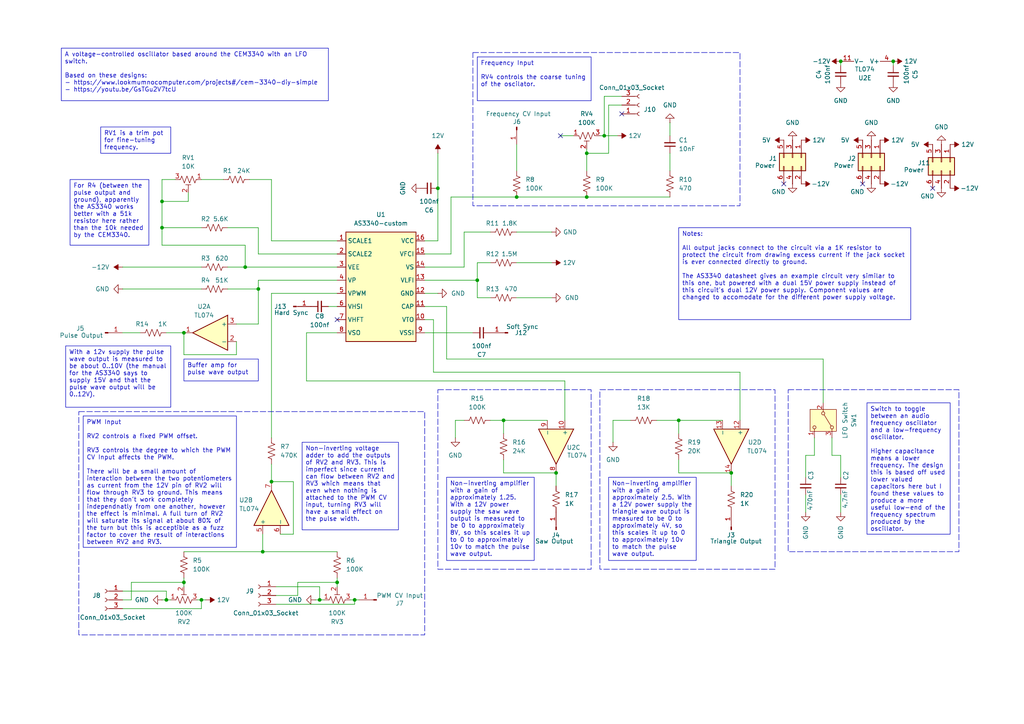
<source format=kicad_sch>
(kicad_sch (version 20250114) (generator "eeschema") (generator_version "9.0")
  (paper "A4")
  (lib_symbols
    (symbol "Amplifier_Operational:TL074" (pin_names (offset 0.127))
      (property "Reference" "U" (at 0 5.08 0))
      (property "Value" "TL074" (at 0 -5.08 0))
      (symbol "TL074_1_1"
        (polyline (pts (xy -5.08 5.08) (xy 5.08 0) (xy -5.08 -5.08) (xy -5.08 5.08)) (stroke (width 0.254)) (fill (type background)))
        (pin input line (at -7.62 2.54 0) (length 2.54) (name "+") (number "3"))
        (pin input line (at -7.62 -2.54 0) (length 2.54) (name "-") (number "2"))
        (pin output line (at 7.62 0 180) (length 2.54) (name "~") (number "1"))
      )
      (symbol "TL074_2_1"
        (polyline (pts (xy -5.08 5.08) (xy 5.08 0) (xy -5.08 -5.08) (xy -5.08 5.08)) (stroke (width 0.254)) (fill (type background)))
        (pin input line (at -7.62 2.54 0) (length 2.54) (name "+") (number "5"))
        (pin input line (at -7.62 -2.54 0) (length 2.54) (name "-") (number "6"))
        (pin output line (at 7.62 0 180) (length 2.54) (name "~") (number "7"))
      )
      (symbol "TL074_3_1"
        (polyline (pts (xy -5.08 5.08) (xy 5.08 0) (xy -5.08 -5.08) (xy -5.08 5.08)) (stroke (width 0.254)) (fill (type background)))
        (pin input line (at -7.62 2.54 0) (length 2.54) (name "+") (number "10"))
        (pin input line (at -7.62 -2.54 0) (length 2.54) (name "-") (number "9"))
        (pin output line (at 7.62 0 180) (length 2.54) (name "~") (number "8"))
      )
      (symbol "TL074_4_1"
        (polyline (pts (xy -5.08 5.08) (xy 5.08 0) (xy -5.08 -5.08) (xy -5.08 5.08)) (stroke (width 0.254)) (fill (type background)))
        (pin input line (at -7.62 2.54 0) (length 2.54) (name "+") (number "12"))
        (pin input line (at -7.62 -2.54 0) (length 2.54) (name "-") (number "13"))
        (pin output line (at 7.62 0 180) (length 2.54) (name "~") (number "14"))
      )
      (symbol "TL074_5_1"
        (pin power_in line (at -2.54 7.62 270) (length 3.81) (name "V+") (number "4"))
        (pin power_in line (at -2.54 -7.62 90) (length 3.81) (name "V-") (number "11"))
      )
    )
    (symbol "Connector:Conn_01x01_Pin" (pin_names (offset 1.016) (hide yes))
      (property "Reference" "J" (at 0 2.54 0))
      (property "Value" "Conn_01x01_Pin" (at 0 -2.54 0))
      (symbol "Conn_01x01_Pin_1_1"
        (rectangle (start 0.8636 0.127) (end 0 -0.127) (stroke (width 0.1524)) (fill (type outline)))
        (polyline (pts (xy 1.27 0) (xy 0.8636 0)) (stroke (width 0.1524)))
        (pin passive line (at 5.08 0 180) (length 3.81) (name "Pin_1") (number "1"))
      )
    )
    (symbol "Connector:Conn_01x03_Socket" (pin_names (offset 1.016) (hide yes))
      (property "Reference" "J" (at 0 5.08 0))
      (property "Value" "Conn_01x03_Socket" (at 0 -5.08 0))
      (symbol "Conn_01x03_Socket_1_1"
        (polyline (pts (xy -1.27 2.54) (xy -0.508 2.54)) (stroke (width 0.1524)))
        (polyline (pts (xy -1.27 0) (xy -0.508 0)) (stroke (width 0.1524)))
        (polyline (pts (xy -1.27 -2.54) (xy -0.508 -2.54)) (stroke (width 0.1524)))
        (arc (start 0 2.032) (mid -0.5058 2.54) (end 0 3.048) (stroke (width 0.1524)))
        (arc (start 0 -0.508) (mid -0.5058 0) (end 0 0.508) (stroke (width 0.1524)))
        (arc (start 0 -3.048) (mid -0.5058 -2.54) (end 0 -2.032) (stroke (width 0.1524)))
        (pin passive line (at -5.08 2.54 0) (length 3.81) (name "Pin_1") (number "1"))
        (pin passive line (at -5.08 0 0) (length 3.81) (name "Pin_2") (number "2"))
        (pin passive line (at -5.08 -2.54 0) (length 3.81) (name "Pin_3") (number "3"))
      )
    )
    (symbol "Connector_Generic:Conn_02x03_Odd_Even" (pin_names (offset 1.016) (hide yes))
      (property "Reference" "J" (at 1.27 5.08 0))
      (property "Value" "Conn_02x03_Odd_Even" (at 1.27 -5.08 0))
      (symbol "Conn_02x03_Odd_Even_1_1"
        (rectangle (start -1.27 3.81) (end 3.81 -3.81) (stroke (width 0.254)) (fill (type background)))
        (rectangle (start -1.27 2.667) (end 0 2.413) (stroke (width 0.1524)))
        (rectangle (start -1.27 0.127) (end 0 -0.127) (stroke (width 0.1524)))
        (rectangle (start -1.27 -2.413) (end 0 -2.667) (stroke (width 0.1524)))
        (rectangle (start 3.81 2.667) (end 2.54 2.413) (stroke (width 0.1524)))
        (rectangle (start 3.81 0.127) (end 2.54 -0.127) (stroke (width 0.1524)))
        (rectangle (start 3.81 -2.413) (end 2.54 -2.667) (stroke (width 0.1524)))
        (pin passive line (at -5.08 2.54 0) (length 3.81) (name "Pin_1") (number "1"))
        (pin passive line (at -5.08 0 0) (length 3.81) (name "Pin_3") (number "3"))
        (pin passive line (at -5.08 -2.54 0) (length 3.81) (name "Pin_5") (number "5"))
        (pin passive line (at 7.62 2.54 180) (length 3.81) (name "Pin_2") (number "2"))
        (pin passive line (at 7.62 0 180) (length 3.81) (name "Pin_4") (number "4"))
        (pin passive line (at 7.62 -2.54 180) (length 3.81) (name "Pin_6") (number "6"))
      )
    )
    (symbol "Device:C_Small" (pin_numbers (hide yes)) (pin_names (offset 0.254) (hide yes))
      (property "Reference" "C" (at 0.254 1.778 0))
      (property "Value" "C_Small" (at 0.254 -2.032 0))
      (symbol "C_Small_0_1"
        (polyline (pts (xy -1.524 0.508) (xy 1.524 0.508)) (stroke (width 0.3048)))
        (polyline (pts (xy -1.524 -0.508) (xy 1.524 -0.508)) (stroke (width 0.3302)))
      )
      (symbol "C_Small_1_1"
        (pin passive line (at 0 2.54 270) (length 2.032) (name "~") (number "1"))
        (pin passive line (at 0 -2.54 90) (length 2.032) (name "~") (number "2"))
      )
    )
    (symbol "Device:R_Potentiometer_Trim_US" (pin_names (offset 1.016) (hide yes))
      (property "Reference" "RV" (at -4.445 0 90))
      (property "Value" "R_Potentiometer_Trim_US" (at -2.54 0 90))
      (symbol "R_Potentiometer_Trim_US_0_1"
        (polyline (pts (xy 0 2.286) (xy 0 2.54)))
        (polyline (pts (xy 0 2.286) (xy 1.016 1.905) (xy 0 1.524) (xy -1.016 1.143) (xy 0 0.762)))
        (polyline (pts (xy 0 0.762) (xy 1.016 0.381) (xy 0 0) (xy -1.016 -0.381) (xy 0 -0.762)))
        (polyline (pts (xy 0 -0.762) (xy 1.016 -1.143) (xy 0 -1.524) (xy -1.016 -1.905) (xy 0 -2.286)))
        (polyline (pts (xy 0 -2.286) (xy 0 -2.54)))
        (polyline (pts (xy 1.524 0.762) (xy 1.524 -0.762)))
        (polyline (pts (xy 2.54 0) (xy 1.524 0)))
      )
      (symbol "R_Potentiometer_Trim_US_1_1"
        (pin passive line (at 0 3.81 270) (length 1.27) (name "1") (number "1"))
        (pin passive line (at 0 -3.81 90) (length 1.27) (name "3") (number "3"))
        (pin passive line (at 3.81 0 180) (length 1.27) (name "2") (number "2"))
      )
    )
    (symbol "Device:R_US" (pin_numbers (hide yes)) (pin_names (offset 0))
      (property "Reference" "R" (at 2.54 0 90))
      (property "Value" "R_US" (at -2.54 0 90))
      (symbol "R_US_0_1"
        (polyline (pts (xy 0 2.286) (xy 0 2.54)))
        (polyline (pts (xy 0 2.286) (xy 1.016 1.905) (xy 0 1.524) (xy -1.016 1.143) (xy 0 0.762)))
        (polyline (pts (xy 0 0.762) (xy 1.016 0.381) (xy 0 0) (xy -1.016 -0.381) (xy 0 -0.762)))
        (polyline (pts (xy 0 -0.762) (xy 1.016 -1.143) (xy 0 -1.524) (xy -1.016 -1.905) (xy 0 -2.286)))
        (polyline (pts (xy 0 -2.286) (xy 0 -2.54)))
      )
      (symbol "R_US_1_1"
        (pin passive line (at 0 3.81 270) (length 1.27) (name "~") (number "1"))
        (pin passive line (at 0 -3.81 90) (length 1.27) (name "~") (number "2"))
      )
    )
    (symbol "Switch:SW_Nidec_CAS-120A1" (pin_names (offset 1) (hide yes))
      (property "Reference" "SW" (at 0 4.318 0))
      (property "Value" "SW_Nidec_CAS-120A1" (at 0 -5.08 0))
      (symbol "SW_Nidec_CAS-120A1_0_1"
        (circle (center -2.032 0) (radius 0.4572))
        (polyline (pts (xy -1.651 0.254) (xy 1.651 2.286)))
        (circle (center 2.032 2.54) (radius 0.4572))
        (circle (center 2.032 -2.54) (radius 0.4572))
      )
      (symbol "SW_Nidec_CAS-120A1_1_1"
        (rectangle (start -3.175 3.81) (end 3.175 -3.81) (fill (type background)))
        (pin passive line (at -5.08 0 0) (length 2.54) (name "B") (number "2"))
        (pin passive line (at 5.08 2.54 180) (length 2.54) (name "A") (number "3"))
        (pin passive line (at 5.08 -2.54 180) (length 2.54) (name "C") (number "1"))
      )
    )
    (symbol "custom_symbols:AS3340-custom"
      (property "Reference" "U" (at -5.08 17.78 0))
      (property "Value" "AS3340-custom" (at 5.08 17.78 0))
      (symbol "AS3340-custom_0_1"
        (rectangle (start -10.16 15.24) (end 10.16 -16.51) (stroke (width 0.254)) (fill (type background)))
      )
      (symbol "AS3340-custom_1_1"
        (pin input line (at -12.7 12.7 0) (length 2.54) (name "SCALE1") (number "1"))
        (pin input line (at -12.7 8.89 0) (length 2.54) (name "SCALE2") (number "2"))
        (pin power_in line (at -12.7 5.08 0) (length 2.54) (name "VEE") (number "3"))
        (pin output line (at -12.7 1.27 0) (length 2.54) (name "VP") (number "4"))
        (pin input line (at -12.7 -2.54 0) (length 2.54) (name "VPWM") (number "5"))
        (pin input line (at -12.7 -6.35 0) (length 2.54) (name "VHSI") (number "6"))
        (pin input line (at -12.7 -10.16 0) (length 2.54) (name "VHFT") (number "7"))
        (pin output line (at -12.7 -13.97 0) (length 2.54) (name "VSO") (number "8"))
        (pin power_in line (at 12.7 12.7 180) (length 2.54) (name "VCC") (number "16"))
        (pin input line (at 12.7 8.89 180) (length 2.54) (name "VFCI") (number "15"))
        (pin passive line (at 12.7 5.08 180) (length 2.54) (name "VS") (number "14"))
        (pin input line (at 12.7 1.27 180) (length 2.54) (name "VLFI") (number "13"))
        (pin power_in line (at 12.7 -2.54 180) (length 2.54) (name "GND") (number "12"))
        (pin passive line (at 12.7 -6.35 180) (length 2.54) (name "CAP") (number "11"))
        (pin output line (at 12.7 -10.16 180) (length 2.54) (name "VTO") (number "10"))
        (pin input line (at 12.7 -13.97 180) (length 2.54) (name "VSSI") (number "9"))
      )
    )
    (symbol "power:-12V" (power) (pin_numbers (hide yes)) (pin_names (offset 0) (hide yes))
      (property "Value" "-12V" (at 0 3.556 0))
      (symbol "-12V_0_0"
        (pin power_in line (at 0 0 90) (length 0) (name "~") (number "1"))
      )
      (symbol "-12V_0_1"
        (polyline (pts (xy 0 0) (xy 0 1.27) (xy 0.762 1.27) (xy 0 2.54) (xy -0.762 1.27) (xy 0 1.27)) (fill (type outline)))
      )
    )
    (symbol "power:GND" (power) (pin_numbers (hide yes)) (pin_names (offset 0) (hide yes))
      (property "Value" "GND" (at 0 -3.81 0))
      (symbol "GND_0_1"
        (polyline (pts (xy 0 0) (xy 0 -1.27) (xy 1.27 -1.27) (xy 0 -2.54) (xy -1.27 -1.27) (xy 0 -1.27)))
      )
      (symbol "GND_1_1"
        (pin power_in line (at 0 0 270) (length 0) (name "~") (number "1"))
      )
    )
  )
  (rectangle (start 173.99 113.03) (end 224.79 165.1) (stroke (width 0) (type dash)))
  (rectangle (start 228.6 113.03) (end 278.13 160.02) (stroke (width 0) (type dash)))
  (rectangle (start 137.16 15.24) (end 214.63 59.69) (stroke (width 0) (type dash)))
  (rectangle (start 127 113.03) (end 171.45 165.1) (stroke (width 0) (type dash)))
  (rectangle (start 22.86 119.38) (end 123.19 184.15) (stroke (width 0) (type dash)))
  (text_box "Notes:\n\nAll output jacks connect to the circuit via a 1K resistor to protect the circuit from drawing excess current if the jack socket is ever connected directly to ground.\n\nThe AS3340 datasheet gives an example circuit very similar to this one, but powered with a dual 15V power supply instead of this circuit's dual 12V power supply. Component values are changed to accomodate for the different power supply voltage." (at 196.85 66.04 0) (size 67.31 26.67) (margins 0.9525 0.9525 0.9525 0.9525) (effects (font (size 1.27 1.27)) (justify left top)))
  (text_box "Switch to toggle between an audio frequency oscillator and a low-frequency oscillator.\n\nHigher capacitance means a lower frequency. The design this is based off used lower valued capacitors here but I found these values to produce a more useful low-end of the frequency spectrum produced by the oscillator." (at 251.46 116.84 0) (size 24.13 38.1) (margins 0.9525 0.9525 0.9525 0.9525) (effects (font (size 1.27 1.27)) (justify left top)))
  (text_box "With a 12v supply the pulse wave output is measured to be about 0..10V (the manual for the AS3340 says to supply 15V and that the pulse wave output will be 0..12V)." (at 19.05 100.33 0) (size 30.48 17.78) (margins 0.9525 0.9525 0.9525 0.9525) (effects (font (size 1.27 1.27)) (justify left top)))
  (text_box "Frequency Input\n\nRV4 controls the coarse tuning of the oscilator." (at 138.43 16.51 0) (size 33.02 12.7) (margins 0.9525 0.9525 0.9525 0.9525) (effects (font (size 1.27 1.27)) (justify left top)))
  (text_box "RV1 is a trim pot for fine-tuning frequency." (at 29.21 36.83 0) (size 20.32 7.62) (margins 0.9525 0.9525 0.9525 0.9525) (effects (font (size 1.27 1.27)) (justify left top)))
  (text_box "Non-inverting amplifier with a gain of approximately 1.25. With a 12V power supply the saw wave output is measured to be 0 to approximately 8V, so this scales it up to 0 to approximately 10v to match the pulse wave output." (at 129.54 138.43 0) (size 25.4 24.13) (margins 0.9525 0.9525 0.9525 0.9525) (effects (font (size 1.27 1.27)) (justify left top)))
  (text_box "For R4 (between the pulse output and ground), apparently the AS3340 works better with a 51k resistor here rather than the 10k needed by the CEM3340." (at 20.32 52.07 0) (size 22.86 19.05) (margins 0.9525 0.9525 0.9525 0.9525) (effects (font (size 1.27 1.27)) (justify left top)))
  (text_box "A voltage-controlled oscillator based around the CEM3340 with an LFO switch.\n\nBased on these designs:\n- https://www.lookmumnocomputer.com/projects#/cem-3340-diy-simple\n- https://youtu.be/GsTGu2V7tcU" (at 17.78 13.97 0) (size 77.47 15.24) (margins 0.9525 0.9525 0.9525 0.9525) (effects (font (size 1.27 1.27)) (justify left top)))
  (text_box "Non-inverting voltage adder to add the outputs of RV2 and RV3. This is imperfect since current can flow between RV2 and RV3 which means that even when nothing is attached to the PWM CV input, turning RV3 will have a small effect on the pulse width." (at 87.63 128.27 0) (size 27.94 25.4) (margins 0.9525 0.9525 0.9525 0.9525) (effects (font (size 1.27 1.27)) (justify left top)))
  (text_box "Non-inverting amplifier with a gain of approximately 2.5. With a 12V power supply the triangle wave output is measured to be 0 to approximately 4V, so this scales it up to 0 to approximately 10v to match the pulse wave output." (at 176.53 138.43 0) (size 25.4 24.13) (margins 0.9525 0.9525 0.9525 0.9525) (effects (font (size 1.27 1.27)) (justify left top)))
  (text_box "Buffer amp for pulse wave output" (at 53.34 104.14 0) (size 21.59 6.35) (margins 0.9525 0.9525 0.9525 0.9525) (effects (font (size 1.27 1.27)) (justify left top)))
  (text_box "PWM Input\n\nRV2 controls a fixed PWM offset.\n\nRV3 controls the degree to which the PWM CV Input affects the PWM.\n\nThere will be a small amount of interaction between the two potentiometers as current from the 12V pin of RV2 will flow through RV3 to ground. This means that they don't work completely independnatly from one another, however the effect is minimal. A full turn of RV2 will saturate its signal at about 80% of the turn but this is acceptible as a fuzz factor to cover the result of interactions between RV2 and RV3." (at 24.13 120.65 0) (size 44.45 38.1) (margins 0.9525 0.9525 0.9525 0.9525) (effects (font (size 1.27 1.27)) (justify left top)))
  (junction (at 58.42 173.99))
  (junction (at 97.79 168.91))
  (junction (at 175.26 39.37))
  (junction (at 53.34 168.91))
  (junction (at 102.87 173.99))
  (junction (at 46.99 66.04))
  (junction (at 170.18 57.15))
  (junction (at 76.2 160.02))
  (junction (at 146.05 121.92))
  (junction (at 212.09 137.16))
  (junction (at 243.84 17.78))
  (junction (at 170.18 44.45))
  (junction (at 48.26 173.99))
  (junction (at 78.74 139.7))
  (junction (at 138.43 81.28))
  (junction (at 196.85 121.92))
  (junction (at 46.99 58.42))
  (junction (at 161.29 137.16))
  (junction (at 71.12 77.47))
  (junction (at 149.86 57.15))
  (junction (at 74.93 83.82))
  (junction (at 127 54.61))
  (junction (at 92.71 173.99))
  (junction (at 259.08 17.78))
  (junction (at 53.34 96.52))
  (no_connect (at 250.19 53.34))
  (no_connect (at 270.51 54.61))
  (no_connect (at 162.56 39.37))
  (no_connect (at 180.34 33.02))
  (no_connect (at 227.33 53.34))
  (no_connect (at 97.79 92.71))
  (wire (pts (xy 78.74 69.85) (xy 97.79 69.85)))
  (wire (pts (xy 182.88 121.92) (xy 177.8 121.92)))
  (wire (pts (xy 46.99 173.99) (xy 48.26 173.99)))
  (wire (pts (xy 177.8 121.92) (xy 177.8 128.27)))
  (wire (pts (xy 85.09 139.7) (xy 78.74 139.7)))
  (wire (pts (xy 97.79 167.64) (xy 97.79 168.91)))
  (wire (pts (xy 74.93 83.82) (xy 74.93 81.28)))
  (wire (pts (xy 80.01 172.72) (xy 86.36 172.72)))
  (wire (pts (xy 35.56 173.99) (xy 38.1 173.99)))
  (wire (pts (xy 132.08 121.92) (xy 134.62 121.92)))
  (wire (pts (xy 243.84 132.08) (xy 241.3 132.08)))
  (wire (pts (xy 74.93 73.66) (xy 74.93 66.04)))
  (wire (pts (xy 35.56 176.53) (xy 58.42 176.53)))
  (wire (pts (xy 149.86 76.2) (xy 160.02 76.2)))
  (wire (pts (xy 175.26 27.94) (xy 175.26 39.37)))
  (wire (pts (xy 149.86 41.91) (xy 149.86 49.53)))
  (wire (pts (xy 38.1 168.91) (xy 53.34 168.91)))
  (wire (pts (xy 76.2 154.94) (xy 76.2 160.02)))
  (wire (pts (xy 175.26 39.37) (xy 179.07 39.37)))
  (wire (pts (xy 129.54 104.14) (xy 238.76 104.14)))
  (wire (pts (xy 196.85 137.16) (xy 196.85 133.35)))
  (wire (pts (xy 53.34 102.87) (xy 68.58 102.87)))
  (wire (pts (xy 132.08 127) (xy 132.08 121.92)))
  (wire (pts (xy 196.85 121.92) (xy 196.85 125.73)))
  (wire (pts (xy 196.85 137.16) (xy 212.09 137.16)))
  (wire (pts (xy 194.31 44.45) (xy 194.31 49.53)))
  (wire (pts (xy 74.93 73.66) (xy 97.79 73.66)))
  (wire (pts (xy 146.05 121.92) (xy 146.05 125.73)))
  (wire (pts (xy 48.26 173.99) (xy 49.53 173.99)))
  (wire (pts (xy 53.34 167.64) (xy 53.34 168.91)))
  (wire (pts (xy 127 69.85) (xy 127 54.61)))
  (wire (pts (xy 74.93 83.82) (xy 74.93 93.98)))
  (wire (pts (xy 46.99 66.04) (xy 58.42 66.04)))
  (wire (pts (xy 196.85 121.92) (xy 209.55 121.92)))
  (wire (pts (xy 142.24 86.36) (xy 138.43 86.36)))
  (wire (pts (xy 80.01 175.26) (xy 102.87 175.26)))
  (wire (pts (xy 35.56 171.45) (xy 48.26 171.45)))
  (wire (pts (xy 97.79 168.91) (xy 97.79 170.18)))
  (wire (pts (xy 138.43 81.28) (xy 138.43 76.2)))
  (wire (pts (xy 53.34 96.52) (xy 53.34 102.87)))
  (wire (pts (xy 146.05 137.16) (xy 161.29 137.16)))
  (wire (pts (xy 123.19 81.28) (xy 138.43 81.28)))
  (wire (pts (xy 180.34 30.48) (xy 176.53 30.48)))
  (wire (pts (xy 58.42 52.07) (xy 64.77 52.07)))
  (wire (pts (xy 123.19 69.85) (xy 127 69.85)))
  (wire (pts (xy 146.05 121.92) (xy 158.75 121.92)))
  (wire (pts (xy 233.68 132.08) (xy 236.22 132.08)))
  (wire (pts (xy 149.86 86.36) (xy 160.02 86.36)))
  (wire (pts (xy 46.99 71.12) (xy 46.99 66.04)))
  (wire (pts (xy 123.19 77.47) (xy 134.62 77.47)))
  (wire (pts (xy 134.62 77.47) (xy 134.62 67.31)))
  (wire (pts (xy 236.22 132.08) (xy 236.22 127)))
  (wire (pts (xy 233.68 143.51) (xy 233.68 148.59)))
  (wire (pts (xy 125.73 92.71) (xy 125.73 107.95)))
  (wire (pts (xy 259.08 17.78) (xy 259.08 19.05)))
  (wire (pts (xy 53.34 160.02) (xy 76.2 160.02)))
  (wire (pts (xy 123.19 96.52) (xy 137.16 96.52)))
  (wire (pts (xy 97.79 96.52) (xy 88.9 96.52)))
  (wire (pts (xy 241.3 132.08) (xy 241.3 127)))
  (wire (pts (xy 233.68 132.08) (xy 233.68 138.43)))
  (wire (pts (xy 78.74 85.09) (xy 97.79 85.09)))
  (wire (pts (xy 88.9 110.49) (xy 163.83 110.49)))
  (wire (pts (xy 97.79 88.9) (xy 95.25 88.9)))
  (wire (pts (xy 127 54.61) (xy 127 44.45)))
  (wire (pts (xy 74.93 81.28) (xy 97.79 81.28)))
  (wire (pts (xy 46.99 71.12) (xy 71.12 71.12)))
  (wire (pts (xy 142.24 121.92) (xy 146.05 121.92)))
  (wire (pts (xy 48.26 171.45) (xy 48.26 173.99)))
  (wire (pts (xy 243.84 143.51) (xy 243.84 148.59)))
  (wire (pts (xy 130.81 57.15) (xy 149.86 57.15)))
  (wire (pts (xy 46.99 58.42) (xy 54.61 58.42)))
  (wire (pts (xy 176.53 30.48) (xy 176.53 44.45)))
  (wire (pts (xy 138.43 76.2) (xy 142.24 76.2)))
  (wire (pts (xy 35.56 83.82) (xy 58.42 83.82)))
  (wire (pts (xy 86.36 168.91) (xy 97.79 168.91)))
  (wire (pts (xy 134.62 67.31) (xy 142.24 67.31)))
  (wire (pts (xy 78.74 52.07) (xy 72.39 52.07)))
  (wire (pts (xy 190.5 121.92) (xy 196.85 121.92)))
  (wire (pts (xy 76.2 160.02) (xy 97.79 160.02)))
  (wire (pts (xy 81.28 154.94) (xy 85.09 154.94)))
  (wire (pts (xy 58.42 173.99) (xy 59.69 173.99)))
  (wire (pts (xy 46.99 66.04) (xy 46.99 58.42)))
  (wire (pts (xy 173.99 39.37) (xy 175.26 39.37)))
  (wire (pts (xy 102.87 173.99) (xy 104.14 173.99)))
  (wire (pts (xy 54.61 55.88) (xy 54.61 58.42)))
  (wire (pts (xy 149.86 57.15) (xy 170.18 57.15)))
  (wire (pts (xy 176.53 44.45) (xy 170.18 44.45)))
  (wire (pts (xy 146.05 137.16) (xy 146.05 133.35)))
  (wire (pts (xy 194.31 35.56) (xy 194.31 39.37)))
  (wire (pts (xy 91.44 173.99) (xy 92.71 173.99)))
  (wire (pts (xy 243.84 132.08) (xy 243.84 138.43)))
  (wire (pts (xy 38.1 173.99) (xy 38.1 168.91)))
  (wire (pts (xy 170.18 44.45) (xy 170.18 49.53)))
  (wire (pts (xy 243.84 17.78) (xy 243.84 19.05)))
  (wire (pts (xy 74.93 93.98) (xy 68.58 93.98)))
  (wire (pts (xy 129.54 88.9) (xy 129.54 104.14)))
  (wire (pts (xy 123.19 92.71) (xy 125.73 92.71)))
  (wire (pts (xy 57.15 173.99) (xy 58.42 173.99)))
  (wire (pts (xy 80.01 170.18) (xy 92.71 170.18)))
  (wire (pts (xy 101.6 173.99) (xy 102.87 173.99)))
  (wire (pts (xy 71.12 71.12) (xy 71.12 77.47)))
  (wire (pts (xy 170.18 57.15) (xy 194.31 57.15)))
  (wire (pts (xy 35.56 77.47) (xy 58.42 77.47)))
  (wire (pts (xy 68.58 102.87) (xy 68.58 99.06)))
  (wire (pts (xy 85.09 154.94) (xy 85.09 139.7)))
  (wire (pts (xy 78.74 85.09) (xy 78.74 127)))
  (wire (pts (xy 214.63 107.95) (xy 214.63 121.92)))
  (wire (pts (xy 78.74 69.85) (xy 78.74 52.07)))
  (wire (pts (xy 163.83 110.49) (xy 163.83 121.92)))
  (wire (pts (xy 238.76 104.14) (xy 238.76 116.84)))
  (wire (pts (xy 123.19 73.66) (xy 130.81 73.66)))
  (wire (pts (xy 78.74 134.62) (xy 78.74 139.7)))
  (wire (pts (xy 66.04 77.47) (xy 71.12 77.47)))
  (wire (pts (xy 130.81 73.66) (xy 130.81 57.15)))
  (wire (pts (xy 149.86 67.31) (xy 160.02 67.31)))
  (wire (pts (xy 180.34 27.94) (xy 175.26 27.94)))
  (wire (pts (xy 92.71 170.18) (xy 92.71 173.99)))
  (wire (pts (xy 58.42 176.53) (xy 58.42 173.99)))
  (wire (pts (xy 212.09 137.16) (xy 212.09 140.97)))
  (wire (pts (xy 74.93 66.04) (xy 66.04 66.04)))
  (wire (pts (xy 92.71 173.99) (xy 93.98 173.99)))
  (wire (pts (xy 48.26 96.52) (xy 53.34 96.52)))
  (wire (pts (xy 74.93 83.82) (xy 66.04 83.82)))
  (wire (pts (xy 123.19 85.09) (xy 127 85.09)))
  (wire (pts (xy 123.19 88.9) (xy 129.54 88.9)))
  (wire (pts (xy 71.12 77.47) (xy 97.79 77.47)))
  (wire (pts (xy 46.99 58.42) (xy 46.99 52.07)))
  (wire (pts (xy 53.34 168.91) (xy 53.34 170.18)))
  (wire (pts (xy 88.9 96.52) (xy 88.9 110.49)))
  (wire (pts (xy 35.56 96.52) (xy 40.64 96.52)))
  (wire (pts (xy 102.87 175.26) (xy 102.87 173.99)))
  (wire (pts (xy 162.56 39.37) (xy 166.37 39.37)))
  (wire (pts (xy 161.29 137.16) (xy 161.29 140.97)))
  (wire (pts (xy 46.99 52.07) (xy 50.8 52.07)))
  (wire (pts (xy 125.73 107.95) (xy 214.63 107.95)))
  (wire (pts (xy 86.36 172.72) (xy 86.36 168.91)))
  (wire (pts (xy 138.43 86.36) (xy 138.43 81.28)))
  (wire (pts (xy 170.18 43.18) (xy 170.18 44.45)))
  (symbol (lib_id "Device:C_Small") (at 92.71 88.9 90) (unit 1)
    (property "Reference" "C8" (at 92.71 91.694 90))
    (property "Value" "100nf" (at 92.71 94.234 90))
    (property "Footprint" "Capacitor_THT:C_Disc_D4.3mm_W1.9mm_P5.00mm" (effects (hide yes)))
  )
  (symbol (lib_id "power:-12V") (at 35.56 77.47 90) (unit 1)
    (property "Reference" "#PWR01" (effects (hide yes)))
    (property "Value" "-12V" (at 31.75 77.4699 90) (effects (justify left)))
    (property "Description" "Power symbol creates a global label with name \"-12V\"" (effects (hide yes)))
  )
  (symbol (lib_id "power:GND") (at 252.73 40.64 0) (mirror x) (unit 1)
    (property "Reference" "#PWR028" (effects (hide yes)))
    (property "Value" "GND" (at 252.73 35.56 0))
    (property "Description" "Power symbol creates a global label with name \"GND\" , ground" (effects (hide yes)))
  )
  (symbol (lib_id "Device:R_Potentiometer_Trim_US") (at 53.34 173.99 90) (unit 1)
    (property "Reference" "RV2" (at 53.34 180.34 90))
    (property "Value" "100K" (at 53.34 177.8 90))
    (property "Footprint" "modular2:pot-socket" (effects (hide yes)))
    (property "Description" "Trim-potentiometer, US symbol" (effects (hide yes)))
  )
  (symbol (lib_id "Device:R_US") (at 53.34 163.83 0) (unit 1)
    (property "Reference" "R5" (at 55.88 162.5599 0) (effects (justify left)))
    (property "Value" "100K" (at 55.88 165.0999 0) (effects (justify left)))
    (property "Footprint" "Resistor_THT:R_Axial_DIN0207_L6.3mm_D2.5mm_P10.16mm_Horizontal" (effects (hide yes)))
    (property "Description" "Resistor, US symbol" (effects (hide yes)))
  )
  (symbol (lib_id "Connector_Generic:Conn_02x03_Odd_Even") (at 252.73 45.72 270) (unit 1)
    (property "Reference" "J2" (at 245.872 45.974 90) (effects (justify left)))
    (property "Value" "Power" (at 241.808 48.006 90) (effects (justify left)))
    (property "Footprint" "Connector_IDC:IDC-Header_2x03_P2.54mm_Vertical" (effects (hide yes)))
    (property "Description" "Generic connector, double row, 02x03, odd/even pin numbering scheme (row 1 odd numbers, row 2 even numbers), script generated (kicad-library-utils/schlib/autogen/connector/)" (effects (hide yes)))
  )
  (symbol (lib_id "Device:R_US") (at 78.74 130.81 0) (unit 1)
    (property "Reference" "R7" (at 81.28 129.5399 0) (effects (justify left)))
    (property "Value" "470K" (at 81.28 132.0799 0) (effects (justify left)))
    (property "Footprint" "Resistor_THT:R_Axial_DIN0207_L6.3mm_D2.5mm_P10.16mm_Horizontal" (effects (hide yes)))
    (property "Description" "Resistor, US symbol" (effects (hide yes)))
  )
  (symbol (lib_id "Device:C_Small") (at 124.46 54.61 270) (unit 1)
    (property "Reference" "C6" (at 124.4537 60.96 90))
    (property "Value" "100nf" (at 124.4537 58.42 90))
    (property "Footprint" "Capacitor_THT:C_Disc_D4.3mm_W1.9mm_P5.00mm" (effects (hide yes)))
  )
  (symbol (lib_id "Device:R_US") (at 68.58 52.07 90) (unit 1)
    (property "Reference" "R1" (at 67.3099 49.53 90) (effects (justify left)))
    (property "Value" "24K" (at 72.644 49.53 90) (effects (justify left)))
    (property "Footprint" "Resistor_THT:R_Axial_DIN0207_L6.3mm_D2.5mm_P10.16mm_Horizontal" (effects (hide yes)))
    (property "Description" "Resistor, US symbol" (effects (hide yes)))
  )
  (symbol (lib_id "Device:R_US") (at 146.05 86.36 90) (unit 1)
    (property "Reference" "R13" (at 144.7799 83.82 90) (effects (justify left)))
    (property "Value" "470" (at 150.114 83.82 90) (effects (justify left)))
    (property "Footprint" "Resistor_THT:R_Axial_DIN0207_L6.3mm_D2.5mm_P10.16mm_Horizontal" (effects (hide yes)))
    (property "Description" "Resistor, US symbol" (effects (hide yes)))
  )
  (symbol (lib_id "Device:R_US") (at 146.05 67.31 90) (unit 1)
    (property "Reference" "R11" (at 144.7799 64.77 90) (effects (justify left)))
    (property "Value" "1.8K" (at 150.114 64.77 90) (effects (justify left)))
    (property "Footprint" "Resistor_THT:R_Axial_DIN0207_L6.3mm_D2.5mm_P10.16mm_Horizontal" (effects (hide yes)))
    (property "Description" "Resistor, US symbol" (effects (hide yes)))
  )
  (symbol (lib_id "Device:R_US") (at 138.43 121.92 90) (unit 1)
    (property "Reference" "R15" (at 138.43 115.57 90))
    (property "Value" "100K" (at 138.43 118.11 90))
    (property "Footprint" "Resistor_THT:R_Axial_DIN0207_L6.3mm_D2.5mm_P10.16mm_Horizontal" (effects (hide yes)))
    (property "Description" "Resistor, US symbol" (effects (hide yes)))
  )
  (symbol (lib_id "Device:R_US") (at 212.09 144.78 0) (unit 1)
    (property "Reference" "R20" (at 214.63 143.5099 0) (effects (justify left)))
    (property "Value" "1K" (at 214.63 146.0499 0) (effects (justify left)))
    (property "Footprint" "Resistor_THT:R_Axial_DIN0207_L6.3mm_D2.5mm_P10.16mm_Horizontal" (effects (hide yes)))
    (property "Description" "Resistor, US symbol" (effects (hide yes)))
  )
  (symbol (lib_id "power:GND") (at 160.02 67.31 90) (unit 1)
    (property "Reference" "#PWR016" (effects (hide yes)))
    (property "Value" "GND" (at 163.322 67.31 90) (effects (justify right)))
    (property "Description" "Power symbol creates a global label with name \"GND\" , ground" (effects (hide yes)))
  )
  (symbol (lib_id "Connector:Conn_01x01_Pin") (at 212.09 153.67 90) (unit 1)
    (property "Reference" "J3" (at 210.82 155.194 90) (effects (justify right)))
    (property "Value" "Triangle Output" (at 205.994 156.972 90) (effects (justify right)))
    (property "Footprint" "modular2:banana-jack" (effects (hide yes)))
    (property "Description" "Generic connector, single row, 01x01, script generated" (effects (hide yes)))
  )
  (symbol (lib_id "Device:R_Potentiometer_Trim_US") (at 170.18 39.37 90) (mirror x) (unit 1)
    (property "Reference" "RV4" (at 170.18 33.02 90))
    (property "Value" "100K" (at 170.18 35.56 90))
    (property "Footprint" "modular2:pot-socket" (effects (hide yes)))
    (property "Description" "Trim-potentiometer, US symbol" (effects (hide yes)))
  )
  (symbol (lib_id "power:GND") (at 132.08 127 0) (unit 1)
    (property "Reference" "#PWR023" (effects (hide yes)))
    (property "Value" "GND" (at 132.08 132.08 0))
    (property "Description" "Power symbol creates a global label with name \"GND\" , ground" (effects (hide yes)))
  )
  (symbol (lib_id "Device:R_US") (at 97.79 163.83 0) (unit 1)
    (property "Reference" "R6" (at 100.33 162.5599 0) (effects (justify left)))
    (property "Value" "100K" (at 100.33 165.0999 0) (effects (justify left)))
    (property "Footprint" "Resistor_THT:R_Axial_DIN0207_L6.3mm_D2.5mm_P10.16mm_Horizontal" (effects (hide yes)))
    (property "Description" "Resistor, US symbol" (effects (hide yes)))
  )
  (symbol (lib_id "Connector:Conn_01x01_Pin") (at 147.32 96.52 180) (unit 1)
    (property "Reference" "J12" (at 152.908 96.52 0) (effects (justify left)))
    (property "Value" "Soft Sync" (at 156.21 94.742 0) (effects (justify left)))
    (property "Footprint" "modular2:banana-jack" (effects (hide yes)))
    (property "Description" "Generic connector, single row, 01x01, script generated" (effects (hide yes)))
  )
  (symbol (lib_id "power:-12V") (at 255.27 53.34 270) (unit 1)
    (property "Reference" "#PWR031" (effects (hide yes)))
    (property "Value" "-12V" (at 260.858 53.34 90))
    (property "Description" "Power symbol creates a global label with name \"-12V\"" (effects (hide yes)))
  )
  (symbol (lib_id "Connector_Generic:Conn_02x03_Odd_Even") (at 229.87 45.72 270) (unit 1)
    (property "Reference" "J1" (at 223.012 45.974 90) (effects (justify left)))
    (property "Value" "Power" (at 218.948 48.006 90) (effects (justify left)))
    (property "Footprint" "Connector_IDC:IDC-Header_2x03_P2.54mm_Vertical" (effects (hide yes)))
    (property "Description" "Generic connector, double row, 02x03, odd/even pin numbering scheme (row 1 odd numbers, row 2 even numbers), script generated (kicad-library-utils/schlib/autogen/connector/)" (effects (hide yes)))
  )
  (symbol (lib_id "power:-12V") (at 275.59 54.61 270) (unit 1)
    (property "Reference" "#PWR036" (effects (hide yes)))
    (property "Value" "-12V" (at 281.178 54.61 90))
    (property "Description" "Power symbol creates a global label with name \"-12V\"" (effects (hide yes)))
  )
  (symbol (lib_id "Device:C_Small") (at 139.7 96.52 270) (unit 1)
    (property "Reference" "C7" (at 139.6937 102.87 90))
    (property "Value" "100nf" (at 139.6937 100.33 90))
    (property "Footprint" "Capacitor_THT:C_Disc_D4.3mm_W1.9mm_P5.00mm" (effects (hide yes)))
  )
  (symbol (lib_id "Connector:Conn_01x01_Pin") (at 149.86 36.83 270) (unit 1)
    (property "Reference" "J6" (at 151.13 35.306 90) (effects (justify right)))
    (property "Value" "Frequency CV Input" (at 159.766 33.02 90) (effects (justify right)))
    (property "Footprint" "modular2:banana-jack" (effects (hide yes)))
    (property "Description" "Generic connector, single row, 01x01, script generated" (effects (hide yes)))
  )
  (symbol (lib_id "power:-12V") (at 160.02 76.2 270) (mirror x) (unit 1)
    (property "Reference" "#PWR018" (effects (hide yes)))
    (property "Value" "12V" (at 165.1 76.2 90))
    (property "Description" "Power symbol creates a global label with name \"-12V\"" (effects (hide yes)))
  )
  (symbol (lib_id "power:-12V") (at 227.33 40.64 90) (mirror x) (unit 1)
    (property "Reference" "#PWR03" (effects (hide yes)))
    (property "Value" "5V" (at 222.25 40.64 90))
    (property "Description" "Power symbol creates a global label with name \"-12V\"" (effects (hide yes)))
  )
  (symbol (lib_id "power:-12V") (at 275.59 41.91 270) (mirror x) (unit 1)
    (property "Reference" "#PWR035" (effects (hide yes)))
    (property "Value" "12V" (at 280.67 41.91 90))
    (property "Description" "Power symbol creates a global label with name \"-12V\"" (effects (hide yes)))
  )
  (symbol (lib_id "Device:R_Potentiometer_Trim_US") (at 97.79 173.99 90) (unit 1)
    (property "Reference" "RV3" (at 97.79 180.34 90))
    (property "Value" "100K" (at 97.79 177.8 90))
    (property "Footprint" "modular2:pot-socket" (effects (hide yes)))
    (property "Description" "Trim-potentiometer, US symbol" (effects (hide yes)))
  )
  (symbol (lib_id "Connector:Conn_01x03_Socket") (at 185.42 30.48 0) (mirror x) (unit 1)
    (property "Reference" "J10" (at 186.69 31.7501 0) (effects (justify left)))
    (property "Value" "Conn_01x03_Socket" (at 173.736 25.4 0) (effects (justify left)))
    (property "Footprint" "modular2:pot" (effects (hide yes)))
    (property "Description" "Generic connector, single row, 01x03, script generated" (effects (hide yes)))
  )
  (symbol (lib_id "power:-12V") (at 179.07 39.37 270) (mirror x) (unit 1)
    (property "Reference" "#PWR013" (effects (hide yes)))
    (property "Value" "12V" (at 184.15 39.37 90))
    (property "Description" "Power symbol creates a global label with name \"-12V\"" (effects (hide yes)))
  )
  (symbol (lib_id "Device:R_US") (at 62.23 77.47 90) (unit 1)
    (property "Reference" "R3" (at 60.9599 74.93 90) (effects (justify left)))
    (property "Value" "620" (at 66.294 74.93 90) (effects (justify left)))
    (property "Footprint" "Resistor_THT:R_Axial_DIN0207_L6.3mm_D2.5mm_P10.16mm_Horizontal" (effects (hide yes)))
    (property "Description" "Resistor, US symbol" (effects (hide yes)))
  )
  (symbol (lib_id "Switch:SW_Nidec_CAS-120A1") (at 238.76 121.92 270) (unit 1)
    (property "Reference" "SW1" (at 247.65 121.92 0))
    (property "Value" "LFO Switch" (at 245.11 121.92 0))
    (property "Footprint" "modular2:switch1" (effects (hide yes)))
    (property "Datasheet" "https://www.nidec-components.com/e/catalog/switch/cas.pdf" (effects (hide yes)))
    (property "Description" "Switch, single pole double throw" (effects (hide yes)))
  )
  (symbol (lib_id "Connector:Conn_01x01_Pin") (at 109.22 173.99 180) (unit 1)
    (property "Reference" "J7" (at 117.094 175.006 0) (effects (justify left)))
    (property "Value" "PWM CV Input" (at 122.682 172.72 0) (effects (justify left)))
    (property "Footprint" "modular2:banana-jack" (effects (hide yes)))
    (property "Description" "Generic connector, single row, 01x01, script generated" (effects (hide yes)))
  )
  (symbol (lib_id "Connector:Conn_01x03_Socket") (at 30.48 173.99 0) (mirror y) (unit 1)
    (property "Reference" "J8" (at 29.21 172.7199 0) (effects (justify left)))
    (property "Value" "Conn_01x03_Socket" (at 42.164 179.07 0) (effects (justify left)))
    (property "Footprint" "modular2:pot" (effects (hide yes)))
    (property "Description" "Generic connector, single row, 01x03, script generated" (effects (hide yes)))
  )
  (symbol (lib_id "Amplifier_Operational:TL074") (at 161.29 129.54 270) (unit 3)
    (property "Reference" "U2" (at 166.37 129.794 90))
    (property "Value" "TL074" (at 167.386 132.08 90))
    (property "Footprint" "Package_DIP:DIP-14_W7.62mm_Socket" (effects (hide yes)))
    (property "Datasheet" "http://www.ti.com/lit/ds/symlink/tl071.pdf" (effects (hide yes)))
    (property "Description" "Quad Low-Noise JFET-Input Operational Amplifiers, DIP-14/SOIC-14" (effects (hide yes)))
  )
  (symbol (lib_id "Device:C_Small") (at 243.84 21.59 180) (unit 1)
    (property "Reference" "C4" (at 237.49 21.5837 90))
    (property "Value" "100nf" (at 240.03 21.5837 90))
    (property "Footprint" "Capacitor_THT:C_Disc_D4.3mm_W1.9mm_P5.00mm" (effects (hide yes)))
  )
  (symbol (lib_id "power:GND") (at 229.87 53.34 0) (mirror y) (unit 1)
    (property "Reference" "#PWR024" (effects (hide yes)))
    (property "Value" "GND" (at 225.806 55.626 0))
    (property "Description" "Power symbol creates a global label with name \"GND\" , ground" (effects (hide yes)))
  )
  (symbol (lib_id "Device:C_Small") (at 259.08 21.59 0) (unit 1)
    (property "Reference" "C5" (at 265.43 21.5963 90))
    (property "Value" "100nf" (at 262.89 21.5963 90))
    (property "Footprint" "Capacitor_THT:C_Disc_D4.3mm_W1.9mm_P5.00mm" (effects (hide yes)))
  )
  (symbol (lib_id "Device:R_US") (at 170.18 53.34 0) (unit 1)
    (property "Reference" "R9" (at 172.72 52.0699 0) (effects (justify left)))
    (property "Value" "100K" (at 172.72 54.6099 0) (effects (justify left)))
    (property "Footprint" "Resistor_THT:R_Axial_DIN0207_L6.3mm_D2.5mm_P10.16mm_Horizontal" (effects (hide yes)))
    (property "Description" "Resistor, US symbol" (effects (hide yes)))
  )
  (symbol (lib_id "Device:R_US") (at 62.23 83.82 90) (unit 1)
    (property "Reference" "R4" (at 60.9599 81.28 90) (effects (justify left)))
    (property "Value" "51K" (at 66.294 81.28 90) (effects (justify left)))
    (property "Footprint" "Resistor_THT:R_Axial_DIN0207_L6.3mm_D2.5mm_P10.16mm_Horizontal" (effects (hide yes)))
    (property "Description" "Resistor, US symbol" (effects (hide yes)))
  )
  (symbol (lib_id "power:-12V") (at 250.19 40.64 90) (mirror x) (unit 1)
    (property "Reference" "#PWR06" (effects (hide yes)))
    (property "Value" "5V" (at 245.11 40.64 90))
    (property "Description" "Power symbol creates a global label with name \"-12V\"" (effects (hide yes)))
  )
  (symbol (lib_id "Device:R_US") (at 149.86 53.34 0) (unit 1)
    (property "Reference" "R8" (at 152.4 52.0699 0) (effects (justify left)))
    (property "Value" "100K" (at 152.4 54.6099 0) (effects (justify left)))
    (property "Footprint" "Resistor_THT:R_Axial_DIN0207_L6.3mm_D2.5mm_P10.16mm_Horizontal" (effects (hide yes)))
    (property "Description" "Resistor, US symbol" (effects (hide yes)))
  )
  (symbol (lib_id "Device:R_US") (at 194.31 53.34 0) (unit 1)
    (property "Reference" "R10" (at 196.85 52.0699 0) (effects (justify left)))
    (property "Value" "470" (at 196.85 54.6099 0) (effects (justify left)))
    (property "Footprint" "Resistor_THT:R_Axial_DIN0207_L6.3mm_D2.5mm_P10.16mm_Horizontal" (effects (hide yes)))
    (property "Description" "Resistor, US symbol" (effects (hide yes)))
  )
  (symbol (lib_id "Device:R_Potentiometer_Trim_US") (at 54.61 52.07 270) (unit 1)
    (property "Reference" "RV1" (at 54.61 45.72 90))
    (property "Value" "10K" (at 54.61 48.26 90))
    (property "Footprint" "Potentiometer_THT:Potentiometer_Bourns_3296W_Vertical" (effects (hide yes)))
    (property "Description" "Trim-potentiometer, US symbol" (effects (hide yes)))
  )
  (symbol (lib_id "power:GND") (at 121.92 54.61 270) (mirror x) (unit 1)
    (property "Reference" "#PWR015" (effects (hide yes)))
    (property "Value" "GND" (at 116.84 54.61 0))
    (property "Description" "Power symbol creates a global label with name \"GND\" , ground" (effects (hide yes)))
  )
  (symbol (lib_id "Device:R_US") (at 44.45 96.52 90) (unit 1)
    (property "Reference" "R14" (at 43.1799 93.98 90) (effects (justify left)))
    (property "Value" "1K" (at 48.514 93.98 90) (effects (justify left)))
    (property "Footprint" "Resistor_THT:R_Axial_DIN0207_L6.3mm_D2.5mm_P10.16mm_Horizontal" (effects (hide yes)))
    (property "Description" "Resistor, US symbol" (effects (hide yes)))
  )
  (symbol (lib_id "Device:C_Small") (at 194.31 41.91 180) (unit 1)
    (property "Reference" "C1" (at 196.85 40.6335 0) (effects (justify right)))
    (property "Value" "10nF" (at 196.85 43.1735 0) (effects (justify right)))
    (property "Footprint" "Capacitor_THT:C_Disc_D5.0mm_W2.5mm_P5.00mm" (effects (hide yes)))
    (property "Description" "Unpolarized capacitor, small symbol" (effects (hide yes)))
  )
  (symbol (lib_id "Device:R_US") (at 186.69 121.92 90) (unit 1)
    (property "Reference" "R18" (at 186.69 115.57 90))
    (property "Value" "13K" (at 186.69 118.11 90))
    (property "Footprint" "Resistor_THT:R_Axial_DIN0207_L6.3mm_D2.5mm_P10.16mm_Horizontal" (effects (hide yes)))
    (property "Description" "Resistor, US symbol" (effects (hide yes)))
  )
  (symbol (lib_id "power:-12V") (at 259.08 17.78 270) (mirror x) (unit 1)
    (property "Reference" "#PWR05" (effects (hide yes)))
    (property "Value" "12V" (at 264.16 17.78 90))
    (property "Description" "Power symbol creates a global label with name \"-12V\"" (effects (hide yes)))
  )
  (symbol (lib_id "custom_symbols:AS3340-custom") (at 110.49 82.55 0) (unit 1)
    (property "Reference" "U1" (at 110.49 62.23 0))
    (property "Value" "AS3340-custom" (at 110.49 64.77 0))
    (property "Footprint" "Package_DIP:DIP-16_W7.62mm_Socket" (effects (hide yes)))
    (property "Datasheet" "http://www.alfarzpp.lv/eng/sc/AS3340.pdf" (effects (hide yes)))
    (property "Description" "Voltage Controlled Oscillator (VCO), DIP-16/SOIC-16" (effects (hide yes)))
  )
  (symbol (lib_id "Amplifier_Operational:TL074") (at 212.09 129.54 270) (unit 4)
    (property "Reference" "U2" (at 216.916 128.27 90) (effects (justify left)))
    (property "Value" "TL074" (at 216.662 130.81 90) (effects (justify left)))
    (property "Footprint" "Package_DIP:DIP-14_W7.62mm_Socket" (effects (hide yes)))
    (property "Datasheet" "http://www.ti.com/lit/ds/symlink/tl071.pdf" (effects (hide yes)))
    (property "Description" "Quad Low-Noise JFET-Input Operational Amplifiers, DIP-14/SOIC-14" (effects (hide yes)))
  )
  (symbol (lib_id "Connector:Conn_01x01_Pin") (at 85.09 88.9 0) (unit 1)
    (property "Reference" "J13" (at 79.502 88.9 0) (effects (justify left)))
    (property "Value" "Hard Sync" (at 79.502 90.678 0) (effects (justify left)))
    (property "Footprint" "modular2:banana-jack" (effects (hide yes)))
    (property "Description" "Generic connector, single row, 01x01, script generated" (effects (hide yes)))
  )
  (symbol (lib_id "power:-12V") (at 232.41 53.34 270) (unit 1)
    (property "Reference" "#PWR027" (effects (hide yes)))
    (property "Value" "-12V" (at 237.998 53.34 90))
    (property "Description" "Power symbol creates a global label with name \"-12V\"" (effects (hide yes)))
  )
  (symbol (lib_id "Amplifier_Operational:TL074") (at 78.74 147.32 90) (unit 2)
    (property "Reference" "U2" (at 69.342 145.034 90) (effects (justify right)))
    (property "Value" "TL074" (at 69.342 147.574 90) (effects (justify right)))
    (property "Footprint" "Package_DIP:DIP-14_W7.62mm_Socket" (effects (hide yes)))
    (property "Datasheet" "http://www.ti.com/lit/ds/symlink/tl071.pdf" (effects (hide yes)))
    (property "Description" "Quad Low-Noise JFET-Input Operational Amplifiers, DIP-14/SOIC-14" (effects (hide yes)))
  )
  (symbol (lib_id "power:GND") (at 273.05 54.61 0) (mirror y) (unit 1)
    (property "Reference" "#PWR034" (effects (hide yes)))
    (property "Value" "GND" (at 268.986 56.896 0))
    (property "Description" "Power symbol creates a global label with name \"GND\" , ground" (effects (hide yes)))
  )
  (symbol (lib_id "power:-12V") (at 255.27 40.64 270) (mirror x) (unit 1)
    (property "Reference" "#PWR030" (effects (hide yes)))
    (property "Value" "12V" (at 260.35 40.64 90))
    (property "Description" "Power symbol creates a global label with name \"-12V\"" (effects (hide yes)))
  )
  (symbol (lib_id "power:-12V") (at 59.69 173.99 270) (mirror x) (unit 1)
    (property "Reference" "#PWR07" (effects (hide yes)))
    (property "Value" "12V" (at 64.77 173.99 90))
    (property "Description" "Power symbol creates a global label with name \"-12V\"" (effects (hide yes)))
  )
  (symbol (lib_id "power:GND") (at 177.8 128.27 0) (unit 1)
    (property "Reference" "#PWR026" (effects (hide yes)))
    (property "Value" "GND" (at 177.8 133.35 0))
    (property "Description" "Power symbol creates a global label with name \"GND\" , ground" (effects (hide yes)))
  )
  (symbol (lib_id "power:GND") (at 91.44 173.99 270) (unit 1)
    (property "Reference" "#PWR09" (effects (hide yes)))
    (property "Value" "GND" (at 87.63 173.9899 90) (effects (justify right)))
    (property "Description" "Power symbol creates a global label with name \"GND\" , ground" (effects (hide yes)))
  )
  (symbol (lib_id "power:GND") (at 160.02 86.36 90) (unit 1)
    (property "Reference" "#PWR019" (effects (hide yes)))
    (property "Value" "GND" (at 163.83 86.3599 90) (effects (justify right)))
    (property "Description" "Power symbol creates a global label with name \"GND\" , ground" (effects (hide yes)))
  )
  (symbol (lib_id "power:GND") (at 46.99 173.99 270) (unit 1)
    (property "Reference" "#PWR08" (effects (hide yes)))
    (property "Value" "GND" (at 43.18 173.9899 90) (effects (justify right)))
    (property "Description" "Power symbol creates a global label with name \"GND\" , ground" (effects (hide yes)))
  )
  (symbol (lib_id "power:GND") (at 252.73 53.34 0) (mirror y) (unit 1)
    (property "Reference" "#PWR029" (effects (hide yes)))
    (property "Value" "GND" (at 248.666 55.626 0))
    (property "Description" "Power symbol creates a global label with name \"GND\" , ground" (effects (hide yes)))
  )
  (symbol (lib_id "power:GND") (at 273.05 41.91 0) (mirror x) (unit 1)
    (property "Reference" "#PWR033" (effects (hide yes)))
    (property "Value" "GND" (at 273.05 36.83 0))
    (property "Description" "Power symbol creates a global label with name \"GND\" , ground" (effects (hide yes)))
  )
  (symbol (lib_id "Device:R_US") (at 161.29 144.78 0) (unit 1)
    (property "Reference" "R17" (at 163.83 143.5099 0) (effects (justify left)))
    (property "Value" "1K" (at 163.83 146.0499 0) (effects (justify left)))
    (property "Footprint" "Resistor_THT:R_Axial_DIN0207_L6.3mm_D2.5mm_P10.16mm_Horizontal" (effects (hide yes)))
    (property "Description" "Resistor, US symbol" (effects (hide yes)))
  )
  (symbol (lib_id "Device:C_Small") (at 243.84 140.97 0) (unit 1)
    (property "Reference" "C2" (at 245.364 137.922 90))
    (property "Value" "4.7nF" (at 245.11 144.78 90))
    (property "Footprint" "Capacitor_THT:C_Disc_D5.0mm_W2.5mm_P5.00mm" (effects (hide yes)))
    (property "Description" "Unpolarized capacitor, small symbol" (effects (hide yes)))
  )
  (symbol (lib_id "power:GND") (at 233.68 148.59 0) (unit 1)
    (property "Reference" "#PWR021" (effects (hide yes)))
    (property "Value" "GND" (at 233.6801 152.4 90) (effects (justify right)))
    (property "Description" "Power symbol creates a global label with name \"GND\" , ground" (effects (hide yes)))
  )
  (symbol (lib_id "Device:R_US") (at 146.05 129.54 0) (unit 1)
    (property "Reference" "R16" (at 148.59 128.2699 0) (effects (justify left)))
    (property "Value" "24K" (at 148.59 130.8099 0) (effects (justify left)))
    (property "Footprint" "Resistor_THT:R_Axial_DIN0207_L6.3mm_D2.5mm_P10.16mm_Horizontal" (effects (hide yes)))
    (property "Description" "Resistor, US symbol" (effects (hide yes)))
  )
  (symbol (lib_id "Device:C_Small") (at 233.68 140.97 0) (unit 1)
    (property "Reference" "C3" (at 235.204 137.922 90))
    (property "Value" "470nF" (at 234.95 145.034 90))
    (property "Footprint" "Capacitor_THT:C_Disc_D5.0mm_W2.5mm_P5.00mm" (effects (hide yes)))
    (property "Description" "Unpolarized capacitor, small symbol" (effects (hide yes)))
  )
  (symbol (lib_id "power:GND") (at 243.84 24.13 0) (mirror y) (unit 1)
    (property "Reference" "#PWR011" (effects (hide yes)))
    (property "Value" "GND" (at 243.84 29.21 0))
    (property "Description" "Power symbol creates a global label with name \"GND\" , ground" (effects (hide yes)))
  )
  (symbol (lib_id "power:GND") (at 243.84 148.59 0) (unit 1)
    (property "Reference" "#PWR017" (effects (hide yes)))
    (property "Value" "GND" (at 243.8401 152.4 90) (effects (justify right)))
    (property "Description" "Power symbol creates a global label with name \"GND\" , ground" (effects (hide yes)))
  )
  (symbol (lib_id "Device:R_US") (at 146.05 76.2 90) (unit 1)
    (property "Reference" "R12" (at 144.7799 73.66 90) (effects (justify left)))
    (property "Value" "1.5M" (at 150.114 73.66 90) (effects (justify left)))
    (property "Footprint" "Resistor_THT:R_Axial_DIN0207_L6.3mm_D2.5mm_P10.16mm_Horizontal" (effects (hide yes)))
    (property "Description" "Resistor, US symbol" (effects (hide yes)))
  )
  (symbol (lib_id "power:GND") (at 194.31 35.56 180) (unit 1)
    (property "Reference" "#PWR014" (effects (hide yes)))
    (property "Value" "GND" (at 194.31 30.48 0))
    (property "Description" "Power symbol creates a global label with name \"GND\" , ground" (effects (hide yes)))
  )
  (symbol (lib_id "Connector:Conn_01x01_Pin") (at 161.29 153.67 90) (unit 1)
    (property "Reference" "J4" (at 160.02 155.194 90) (effects (justify right)))
    (property "Value" "Saw Output" (at 155.194 156.972 90) (effects (justify right)))
    (property "Footprint" "modular2:banana-jack" (effects (hide yes)))
    (property "Description" "Generic connector, single row, 01x01, script generated" (effects (hide yes)))
  )
  (symbol (lib_id "power:-12V") (at 127 44.45 0) (unit 1)
    (property "Reference" "#PWR012" (effects (hide yes)))
    (property "Value" "12V" (at 127 39.37 0))
    (property "Description" "Power symbol creates a global label with name \"-12V\"" (effects (hide yes)))
  )
  (symbol (lib_id "Connector_Generic:Conn_02x03_Odd_Even") (at 273.05 46.99 270) (unit 1)
    (property "Reference" "J11" (at 266.192 47.244 90) (effects (justify left)))
    (property "Value" "Power" (at 262.128 49.276 90) (effects (justify left)))
    (property "Footprint" "Connector_IDC:IDC-Header_2x03_P2.54mm_Vertical" (effects (hide yes)))
    (property "Description" "Generic connector, double row, 02x03, odd/even pin numbering scheme (row 1 odd numbers, row 2 even numbers), script generated (kicad-library-utils/schlib/autogen/connector/)" (effects (hide yes)))
  )
  (symbol (lib_id "Device:R_US") (at 62.23 66.04 90) (unit 1)
    (property "Reference" "R2" (at 60.9599 63.5 90) (effects (justify left)))
    (property "Value" "5.6K" (at 66.294 63.5 90) (effects (justify left)))
    (property "Footprint" "Resistor_THT:R_Axial_DIN0207_L6.3mm_D2.5mm_P10.16mm_Horizontal" (effects (hide yes)))
    (property "Description" "Resistor, US symbol" (effects (hide yes)))
  )
  (symbol (lib_id "Connector:Conn_01x01_Pin") (at 30.48 96.52 0) (unit 1)
    (property "Reference" "J5" (at 22.098 95.25 0) (effects (justify left)))
    (property "Value" "Pulse Output" (at 17.272 97.282 0) (effects (justify left)))
    (property "Footprint" "modular2:banana-jack" (effects (hide yes)))
    (property "Description" "Generic connector, single row, 01x01, script generated" (effects (hide yes)))
  )
  (symbol (lib_id "power:-12V") (at 270.51 41.91 90) (mirror x) (unit 1)
    (property "Reference" "#PWR032" (effects (hide yes)))
    (property "Value" "5V" (at 265.43 41.91 90))
    (property "Description" "Power symbol creates a global label with name \"-12V\"" (effects (hide yes)))
  )
  (symbol (lib_id "power:GND") (at 127 85.09 90) (unit 1)
    (property "Reference" "#PWR020" (effects (hide yes)))
    (property "Value" "GND" (at 130.81 85.0899 90) (effects (justify right)))
    (property "Description" "Power symbol creates a global label with name \"GND\" , ground" (effects (hide yes)))
  )
  (symbol (lib_id "power:GND") (at 259.08 24.13 0) (mirror y) (unit 1)
    (property "Reference" "#PWR010" (effects (hide yes)))
    (property "Value" "GND" (at 259.08 29.21 0))
    (property "Description" "Power symbol creates a global label with name \"GND\" , ground" (effects (hide yes)))
  )
  (symbol (lib_id "Amplifier_Operational:TL074") (at 60.96 96.52 0) (mirror y) (unit 1)
    (property "Reference" "U2" (at 59.182 88.9 0))
    (property "Value" "TL074" (at 59.182 91.44 0))
    (property "Footprint" "Package_DIP:DIP-14_W7.62mm_Socket" (effects (hide yes)))
    (property "Datasheet" "http://www.ti.com/lit/ds/symlink/tl071.pdf" (effects (hide yes)))
    (property "Description" "Quad Low-Noise JFET-Input Operational Amplifiers, DIP-14/SOIC-14" (effects (hide yes)))
  )
  (symbol (lib_id "power:GND") (at 229.87 40.64 0) (mirror x) (unit 1)
    (property "Reference" "#PWR022" (effects (hide yes)))
    (property "Value" "GND" (at 229.87 35.56 0))
    (property "Description" "Power symbol creates a global label with name \"GND\" , ground" (effects (hide yes)))
  )
  (symbol (lib_id "Amplifier_Operational:TL074") (at 251.46 20.32 270) (unit 5)
    (property "Reference" "U2" (at 248.92 22.606 90) (effects (justify left)))
    (property "Value" "TL074" (at 247.904 20.066 90) (effects (justify left)))
    (property "Footprint" "Package_DIP:DIP-14_W7.62mm_Socket" (effects (hide yes)))
    (property "Datasheet" "http://www.ti.com/lit/ds/symlink/tl071.pdf" (effects (hide yes)))
    (property "Description" "Quad Low-Noise JFET-Input Operational Amplifiers, DIP-14/SOIC-14" (effects (hide yes)))
  )
  (symbol (lib_id "power:GND") (at 35.56 83.82 270) (unit 1)
    (property "Reference" "#PWR02" (effects (hide yes)))
    (property "Value" "GND" (at 31.75 83.8199 90) (effects (justify right)))
    (property "Description" "Power symbol creates a global label with name \"GND\" , ground" (effects (hide yes)))
  )
  (symbol (lib_id "power:-12V") (at 232.41 40.64 270) (mirror x) (unit 1)
    (property "Reference" "#PWR025" (effects (hide yes)))
    (property "Value" "12V" (at 237.49 40.64 90))
    (property "Description" "Power symbol creates a global label with name \"-12V\"" (effects (hide yes)))
  )
  (symbol (lib_id "Device:R_US") (at 196.85 129.54 0) (unit 1)
    (property "Reference" "R19" (at 199.39 128.2699 0) (effects (justify left)))
    (property "Value" "20K" (at 199.39 130.8099 0) (effects (justify left)))
    (property "Footprint" "Resistor_THT:R_Axial_DIN0207_L6.3mm_D2.5mm_P10.16mm_Horizontal" (effects (hide yes)))
    (property "Description" "Resistor, US symbol" (effects (hide yes)))
  )
  (symbol (lib_id "power:-12V") (at 243.84 17.78 90) (unit 1)
    (property "Reference" "#PWR04" (effects (hide yes)))
    (property "Value" "-12V" (at 238.252 17.78 90))
    (property "Description" "Power symbol creates a global label with name \"-12V\"" (effects (hide yes)))
  )
  (symbol (lib_id "Connector:Conn_01x03_Socket") (at 74.93 172.72 0) (mirror y) (unit 1)
    (property "Reference" "J9" (at 73.66 171.4499 0) (effects (justify left)))
    (property "Value" "Conn_01x03_Socket" (at 86.614 177.8 0) (effects (justify left)))
    (property "Footprint" "modular2:pot" (effects (hide yes)))
    (property "Description" "Generic connector, single row, 01x03, script generated" (effects (hide yes)))
  )
)
</source>
